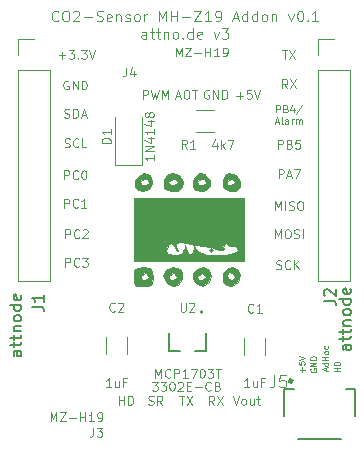
<source format=gbr>
%TF.GenerationSoftware,KiCad,Pcbnew,(5.1.8)-1*%
%TF.CreationDate,2021-02-07T13:37:50+01:00*%
%TF.ProjectId,CO2-PlatineMZ-H19,434f322d-506c-4617-9469-6e654d5a2d48,rev?*%
%TF.SameCoordinates,Original*%
%TF.FileFunction,Legend,Top*%
%TF.FilePolarity,Positive*%
%FSLAX46Y46*%
G04 Gerber Fmt 4.6, Leading zero omitted, Abs format (unit mm)*
G04 Created by KiCad (PCBNEW (5.1.8)-1) date 2021-02-07 13:37:50*
%MOMM*%
%LPD*%
G01*
G04 APERTURE LIST*
%ADD10C,0.100000*%
%ADD11C,0.150000*%
%ADD12C,0.060000*%
%ADD13C,0.010000*%
%ADD14C,0.120000*%
%ADD15C,0.200000*%
%ADD16C,0.127000*%
%ADD17C,0.300000*%
G04 APERTURE END LIST*
D10*
X66250000Y-46789285D02*
X66250000Y-47325000D01*
X66214285Y-47432142D01*
X66142857Y-47503571D01*
X66035714Y-47539285D01*
X65964285Y-47539285D01*
X66928571Y-47039285D02*
X66928571Y-47539285D01*
X66750000Y-46753571D02*
X66571428Y-47289285D01*
X67035714Y-47289285D01*
X63450000Y-77289285D02*
X63450000Y-77825000D01*
X63414285Y-77932142D01*
X63342857Y-78003571D01*
X63235714Y-78039285D01*
X63164285Y-78039285D01*
X63735714Y-77289285D02*
X64200000Y-77289285D01*
X63950000Y-77575000D01*
X64057142Y-77575000D01*
X64128571Y-77610714D01*
X64164285Y-77646428D01*
X64200000Y-77717857D01*
X64200000Y-77896428D01*
X64164285Y-77967857D01*
X64128571Y-78003571D01*
X64057142Y-78039285D01*
X63842857Y-78039285D01*
X63771428Y-78003571D01*
X63735714Y-77967857D01*
D11*
X58252380Y-67033333D02*
X58966666Y-67033333D01*
X59109523Y-67080952D01*
X59204761Y-67176190D01*
X59252380Y-67319047D01*
X59252380Y-67414285D01*
X59252380Y-66033333D02*
X59252380Y-66604761D01*
X59252380Y-66319047D02*
X58252380Y-66319047D01*
X58395238Y-66414285D01*
X58490476Y-66509523D01*
X58538095Y-66604761D01*
D10*
X60500000Y-45753571D02*
X61071428Y-45753571D01*
X60785714Y-46039285D02*
X60785714Y-45467857D01*
X61357142Y-45289285D02*
X61821428Y-45289285D01*
X61571428Y-45575000D01*
X61678571Y-45575000D01*
X61750000Y-45610714D01*
X61785714Y-45646428D01*
X61821428Y-45717857D01*
X61821428Y-45896428D01*
X61785714Y-45967857D01*
X61750000Y-46003571D01*
X61678571Y-46039285D01*
X61464285Y-46039285D01*
X61392857Y-46003571D01*
X61357142Y-45967857D01*
X62142857Y-45967857D02*
X62178571Y-46003571D01*
X62142857Y-46039285D01*
X62107142Y-46003571D01*
X62142857Y-45967857D01*
X62142857Y-46039285D01*
X62428571Y-45289285D02*
X62892857Y-45289285D01*
X62642857Y-45575000D01*
X62750000Y-45575000D01*
X62821428Y-45610714D01*
X62857142Y-45646428D01*
X62892857Y-45717857D01*
X62892857Y-45896428D01*
X62857142Y-45967857D01*
X62821428Y-46003571D01*
X62750000Y-46039285D01*
X62535714Y-46039285D01*
X62464285Y-46003571D01*
X62428571Y-45967857D01*
X63107142Y-45289285D02*
X63357142Y-46039285D01*
X63607142Y-45289285D01*
D12*
X81135714Y-72542857D02*
X81135714Y-72161904D01*
X81326190Y-72352380D02*
X80945238Y-72352380D01*
X80826190Y-71685714D02*
X80826190Y-71923809D01*
X81064285Y-71947619D01*
X81040476Y-71923809D01*
X81016666Y-71876190D01*
X81016666Y-71757142D01*
X81040476Y-71709523D01*
X81064285Y-71685714D01*
X81111904Y-71661904D01*
X81230952Y-71661904D01*
X81278571Y-71685714D01*
X81302380Y-71709523D01*
X81326190Y-71757142D01*
X81326190Y-71876190D01*
X81302380Y-71923809D01*
X81278571Y-71947619D01*
X80826190Y-71519047D02*
X81326190Y-71352380D01*
X80826190Y-71185714D01*
X84326190Y-72492857D02*
X83826190Y-72492857D01*
X84064285Y-72492857D02*
X84064285Y-72207142D01*
X84326190Y-72207142D02*
X83826190Y-72207142D01*
X84326190Y-71969047D02*
X83826190Y-71969047D01*
X83826190Y-71850000D01*
X83850000Y-71778571D01*
X83897619Y-71730952D01*
X83945238Y-71707142D01*
X84040476Y-71683333D01*
X84111904Y-71683333D01*
X84207142Y-71707142D01*
X84254761Y-71730952D01*
X84302380Y-71778571D01*
X84326190Y-71850000D01*
X84326190Y-71969047D01*
X83183333Y-72447619D02*
X83183333Y-72209523D01*
X83326190Y-72495238D02*
X82826190Y-72328571D01*
X83326190Y-72161904D01*
X83326190Y-71780952D02*
X82826190Y-71780952D01*
X83302380Y-71780952D02*
X83326190Y-71828571D01*
X83326190Y-71923809D01*
X83302380Y-71971428D01*
X83278571Y-71995238D01*
X83230952Y-72019047D01*
X83088095Y-72019047D01*
X83040476Y-71995238D01*
X83016666Y-71971428D01*
X82992857Y-71923809D01*
X82992857Y-71828571D01*
X83016666Y-71780952D01*
X83326190Y-71542857D02*
X82826190Y-71542857D01*
X83064285Y-71542857D02*
X83064285Y-71257142D01*
X83326190Y-71257142D02*
X82826190Y-71257142D01*
X83326190Y-70947619D02*
X83302380Y-70995238D01*
X83278571Y-71019047D01*
X83230952Y-71042857D01*
X83088095Y-71042857D01*
X83040476Y-71019047D01*
X83016666Y-70995238D01*
X82992857Y-70947619D01*
X82992857Y-70876190D01*
X83016666Y-70828571D01*
X83040476Y-70804761D01*
X83088095Y-70780952D01*
X83230952Y-70780952D01*
X83278571Y-70804761D01*
X83302380Y-70828571D01*
X83326190Y-70876190D01*
X83326190Y-70947619D01*
X83302380Y-70352380D02*
X83326190Y-70400000D01*
X83326190Y-70495238D01*
X83302380Y-70542857D01*
X83278571Y-70566666D01*
X83230952Y-70590476D01*
X83088095Y-70590476D01*
X83040476Y-70566666D01*
X83016666Y-70542857D01*
X82992857Y-70495238D01*
X82992857Y-70400000D01*
X83016666Y-70352380D01*
X81850000Y-72280952D02*
X81826190Y-72328571D01*
X81826190Y-72400000D01*
X81850000Y-72471428D01*
X81897619Y-72519047D01*
X81945238Y-72542857D01*
X82040476Y-72566666D01*
X82111904Y-72566666D01*
X82207142Y-72542857D01*
X82254761Y-72519047D01*
X82302380Y-72471428D01*
X82326190Y-72400000D01*
X82326190Y-72352380D01*
X82302380Y-72280952D01*
X82278571Y-72257142D01*
X82111904Y-72257142D01*
X82111904Y-72352380D01*
X82326190Y-72042857D02*
X81826190Y-72042857D01*
X82326190Y-71757142D01*
X81826190Y-71757142D01*
X82326190Y-71519047D02*
X81826190Y-71519047D01*
X81826190Y-71400000D01*
X81850000Y-71328571D01*
X81897619Y-71280952D01*
X81945238Y-71257142D01*
X82040476Y-71233333D01*
X82111904Y-71233333D01*
X82207142Y-71257142D01*
X82254761Y-71280952D01*
X82302380Y-71328571D01*
X82326190Y-71400000D01*
X82326190Y-71519047D01*
D11*
X82952380Y-66533333D02*
X83666666Y-66533333D01*
X83809523Y-66580952D01*
X83904761Y-66676190D01*
X83952380Y-66819047D01*
X83952380Y-66914285D01*
X83047619Y-66104761D02*
X83000000Y-66057142D01*
X82952380Y-65961904D01*
X82952380Y-65723809D01*
X83000000Y-65628571D01*
X83047619Y-65580952D01*
X83142857Y-65533333D01*
X83238095Y-65533333D01*
X83380952Y-65580952D01*
X83952380Y-66152380D01*
X83952380Y-65533333D01*
D10*
X75535714Y-49153571D02*
X76107142Y-49153571D01*
X75821428Y-49439285D02*
X75821428Y-48867857D01*
X76821428Y-48689285D02*
X76464285Y-48689285D01*
X76428571Y-49046428D01*
X76464285Y-49010714D01*
X76535714Y-48975000D01*
X76714285Y-48975000D01*
X76785714Y-49010714D01*
X76821428Y-49046428D01*
X76857142Y-49117857D01*
X76857142Y-49296428D01*
X76821428Y-49367857D01*
X76785714Y-49403571D01*
X76714285Y-49439285D01*
X76535714Y-49439285D01*
X76464285Y-49403571D01*
X76428571Y-49367857D01*
X77071428Y-48689285D02*
X77321428Y-49439285D01*
X77571428Y-48689285D01*
X73228571Y-48725000D02*
X73157142Y-48689285D01*
X73050000Y-48689285D01*
X72942857Y-48725000D01*
X72871428Y-48796428D01*
X72835714Y-48867857D01*
X72800000Y-49010714D01*
X72800000Y-49117857D01*
X72835714Y-49260714D01*
X72871428Y-49332142D01*
X72942857Y-49403571D01*
X73050000Y-49439285D01*
X73121428Y-49439285D01*
X73228571Y-49403571D01*
X73264285Y-49367857D01*
X73264285Y-49117857D01*
X73121428Y-49117857D01*
X73585714Y-49439285D02*
X73585714Y-48689285D01*
X74014285Y-49439285D01*
X74014285Y-48689285D01*
X74371428Y-49439285D02*
X74371428Y-48689285D01*
X74550000Y-48689285D01*
X74657142Y-48725000D01*
X74728571Y-48796428D01*
X74764285Y-48867857D01*
X74800000Y-49010714D01*
X74800000Y-49117857D01*
X74764285Y-49260714D01*
X74728571Y-49332142D01*
X74657142Y-49403571D01*
X74550000Y-49439285D01*
X74371428Y-49439285D01*
X70442857Y-49225000D02*
X70800000Y-49225000D01*
X70371428Y-49439285D02*
X70621428Y-48689285D01*
X70871428Y-49439285D01*
X71264285Y-48689285D02*
X71407142Y-48689285D01*
X71478571Y-48725000D01*
X71550000Y-48796428D01*
X71585714Y-48939285D01*
X71585714Y-49189285D01*
X71550000Y-49332142D01*
X71478571Y-49403571D01*
X71407142Y-49439285D01*
X71264285Y-49439285D01*
X71192857Y-49403571D01*
X71121428Y-49332142D01*
X71085714Y-49189285D01*
X71085714Y-48939285D01*
X71121428Y-48796428D01*
X71192857Y-48725000D01*
X71264285Y-48689285D01*
X71800000Y-48689285D02*
X72228571Y-48689285D01*
X72014285Y-49439285D02*
X72014285Y-48689285D01*
X67646428Y-49439285D02*
X67646428Y-48689285D01*
X67932142Y-48689285D01*
X68003571Y-48725000D01*
X68039285Y-48760714D01*
X68075000Y-48832142D01*
X68075000Y-48939285D01*
X68039285Y-49010714D01*
X68003571Y-49046428D01*
X67932142Y-49082142D01*
X67646428Y-49082142D01*
X68325000Y-48689285D02*
X68503571Y-49439285D01*
X68646428Y-48903571D01*
X68789285Y-49439285D01*
X68967857Y-48689285D01*
X69253571Y-49439285D02*
X69253571Y-48689285D01*
X69503571Y-49225000D01*
X69753571Y-48689285D01*
X69753571Y-49439285D01*
X65610714Y-75339285D02*
X65610714Y-74589285D01*
X65610714Y-74946428D02*
X66039285Y-74946428D01*
X66039285Y-75339285D02*
X66039285Y-74589285D01*
X66396428Y-75339285D02*
X66396428Y-74589285D01*
X66575000Y-74589285D01*
X66682142Y-74625000D01*
X66753571Y-74696428D01*
X66789285Y-74767857D01*
X66825000Y-74910714D01*
X66825000Y-75017857D01*
X66789285Y-75160714D01*
X66753571Y-75232142D01*
X66682142Y-75303571D01*
X66575000Y-75339285D01*
X66396428Y-75339285D01*
X68110714Y-75303571D02*
X68217857Y-75339285D01*
X68396428Y-75339285D01*
X68467857Y-75303571D01*
X68503571Y-75267857D01*
X68539285Y-75196428D01*
X68539285Y-75125000D01*
X68503571Y-75053571D01*
X68467857Y-75017857D01*
X68396428Y-74982142D01*
X68253571Y-74946428D01*
X68182142Y-74910714D01*
X68146428Y-74875000D01*
X68110714Y-74803571D01*
X68110714Y-74732142D01*
X68146428Y-74660714D01*
X68182142Y-74625000D01*
X68253571Y-74589285D01*
X68432142Y-74589285D01*
X68539285Y-74625000D01*
X69289285Y-75339285D02*
X69039285Y-74982142D01*
X68860714Y-75339285D02*
X68860714Y-74589285D01*
X69146428Y-74589285D01*
X69217857Y-74625000D01*
X69253571Y-74660714D01*
X69289285Y-74732142D01*
X69289285Y-74839285D01*
X69253571Y-74910714D01*
X69217857Y-74946428D01*
X69146428Y-74982142D01*
X68860714Y-74982142D01*
X70728571Y-74589285D02*
X71157142Y-74589285D01*
X70942857Y-75339285D02*
X70942857Y-74589285D01*
X71335714Y-74589285D02*
X71835714Y-75339285D01*
X71835714Y-74589285D02*
X71335714Y-75339285D01*
X73675000Y-75339285D02*
X73425000Y-74982142D01*
X73246428Y-75339285D02*
X73246428Y-74589285D01*
X73532142Y-74589285D01*
X73603571Y-74625000D01*
X73639285Y-74660714D01*
X73675000Y-74732142D01*
X73675000Y-74839285D01*
X73639285Y-74910714D01*
X73603571Y-74946428D01*
X73532142Y-74982142D01*
X73246428Y-74982142D01*
X73925000Y-74589285D02*
X74425000Y-75339285D01*
X74425000Y-74589285D02*
X73925000Y-75339285D01*
X75257142Y-74589285D02*
X75507142Y-75339285D01*
X75757142Y-74589285D01*
X76114285Y-75339285D02*
X76042857Y-75303571D01*
X76007142Y-75267857D01*
X75971428Y-75196428D01*
X75971428Y-74982142D01*
X76007142Y-74910714D01*
X76042857Y-74875000D01*
X76114285Y-74839285D01*
X76221428Y-74839285D01*
X76292857Y-74875000D01*
X76328571Y-74910714D01*
X76364285Y-74982142D01*
X76364285Y-75196428D01*
X76328571Y-75267857D01*
X76292857Y-75303571D01*
X76221428Y-75339285D01*
X76114285Y-75339285D01*
X77007142Y-74839285D02*
X77007142Y-75339285D01*
X76685714Y-74839285D02*
X76685714Y-75232142D01*
X76721428Y-75303571D01*
X76792857Y-75339285D01*
X76900000Y-75339285D01*
X76971428Y-75303571D01*
X77007142Y-75267857D01*
X77257142Y-74839285D02*
X77542857Y-74839285D01*
X77364285Y-74589285D02*
X77364285Y-75232142D01*
X77400000Y-75303571D01*
X77471428Y-75339285D01*
X77542857Y-75339285D01*
X78935714Y-63803571D02*
X79042857Y-63839285D01*
X79221428Y-63839285D01*
X79292857Y-63803571D01*
X79328571Y-63767857D01*
X79364285Y-63696428D01*
X79364285Y-63625000D01*
X79328571Y-63553571D01*
X79292857Y-63517857D01*
X79221428Y-63482142D01*
X79078571Y-63446428D01*
X79007142Y-63410714D01*
X78971428Y-63375000D01*
X78935714Y-63303571D01*
X78935714Y-63232142D01*
X78971428Y-63160714D01*
X79007142Y-63125000D01*
X79078571Y-63089285D01*
X79257142Y-63089285D01*
X79364285Y-63125000D01*
X80114285Y-63767857D02*
X80078571Y-63803571D01*
X79971428Y-63839285D01*
X79900000Y-63839285D01*
X79792857Y-63803571D01*
X79721428Y-63732142D01*
X79685714Y-63660714D01*
X79650000Y-63517857D01*
X79650000Y-63410714D01*
X79685714Y-63267857D01*
X79721428Y-63196428D01*
X79792857Y-63125000D01*
X79900000Y-63089285D01*
X79971428Y-63089285D01*
X80078571Y-63125000D01*
X80114285Y-63160714D01*
X80435714Y-63839285D02*
X80435714Y-63089285D01*
X80864285Y-63839285D02*
X80542857Y-63410714D01*
X80864285Y-63089285D02*
X80435714Y-63517857D01*
X78821428Y-61239285D02*
X78821428Y-60489285D01*
X79071428Y-61025000D01*
X79321428Y-60489285D01*
X79321428Y-61239285D01*
X79821428Y-60489285D02*
X79964285Y-60489285D01*
X80035714Y-60525000D01*
X80107142Y-60596428D01*
X80142857Y-60739285D01*
X80142857Y-60989285D01*
X80107142Y-61132142D01*
X80035714Y-61203571D01*
X79964285Y-61239285D01*
X79821428Y-61239285D01*
X79750000Y-61203571D01*
X79678571Y-61132142D01*
X79642857Y-60989285D01*
X79642857Y-60739285D01*
X79678571Y-60596428D01*
X79750000Y-60525000D01*
X79821428Y-60489285D01*
X80428571Y-61203571D02*
X80535714Y-61239285D01*
X80714285Y-61239285D01*
X80785714Y-61203571D01*
X80821428Y-61167857D01*
X80857142Y-61096428D01*
X80857142Y-61025000D01*
X80821428Y-60953571D01*
X80785714Y-60917857D01*
X80714285Y-60882142D01*
X80571428Y-60846428D01*
X80500000Y-60810714D01*
X80464285Y-60775000D01*
X80428571Y-60703571D01*
X80428571Y-60632142D01*
X80464285Y-60560714D01*
X80500000Y-60525000D01*
X80571428Y-60489285D01*
X80750000Y-60489285D01*
X80857142Y-60525000D01*
X81178571Y-61239285D02*
X81178571Y-60489285D01*
X78821428Y-58839285D02*
X78821428Y-58089285D01*
X79071428Y-58625000D01*
X79321428Y-58089285D01*
X79321428Y-58839285D01*
X79678571Y-58839285D02*
X79678571Y-58089285D01*
X80000000Y-58803571D02*
X80107142Y-58839285D01*
X80285714Y-58839285D01*
X80357142Y-58803571D01*
X80392857Y-58767857D01*
X80428571Y-58696428D01*
X80428571Y-58625000D01*
X80392857Y-58553571D01*
X80357142Y-58517857D01*
X80285714Y-58482142D01*
X80142857Y-58446428D01*
X80071428Y-58410714D01*
X80035714Y-58375000D01*
X80000000Y-58303571D01*
X80000000Y-58232142D01*
X80035714Y-58160714D01*
X80071428Y-58125000D01*
X80142857Y-58089285D01*
X80321428Y-58089285D01*
X80428571Y-58125000D01*
X80892857Y-58089285D02*
X81035714Y-58089285D01*
X81107142Y-58125000D01*
X81178571Y-58196428D01*
X81214285Y-58339285D01*
X81214285Y-58589285D01*
X81178571Y-58732142D01*
X81107142Y-58803571D01*
X81035714Y-58839285D01*
X80892857Y-58839285D01*
X80821428Y-58803571D01*
X80750000Y-58732142D01*
X80714285Y-58589285D01*
X80714285Y-58339285D01*
X80750000Y-58196428D01*
X80821428Y-58125000D01*
X80892857Y-58089285D01*
X79125000Y-56139285D02*
X79125000Y-55389285D01*
X79410714Y-55389285D01*
X79482142Y-55425000D01*
X79517857Y-55460714D01*
X79553571Y-55532142D01*
X79553571Y-55639285D01*
X79517857Y-55710714D01*
X79482142Y-55746428D01*
X79410714Y-55782142D01*
X79125000Y-55782142D01*
X79839285Y-55925000D02*
X80196428Y-55925000D01*
X79767857Y-56139285D02*
X80017857Y-55389285D01*
X80267857Y-56139285D01*
X80446428Y-55389285D02*
X80946428Y-55389285D01*
X80625000Y-56139285D01*
X79071428Y-53639285D02*
X79071428Y-52889285D01*
X79357142Y-52889285D01*
X79428571Y-52925000D01*
X79464285Y-52960714D01*
X79500000Y-53032142D01*
X79500000Y-53139285D01*
X79464285Y-53210714D01*
X79428571Y-53246428D01*
X79357142Y-53282142D01*
X79071428Y-53282142D01*
X80071428Y-53246428D02*
X80178571Y-53282142D01*
X80214285Y-53317857D01*
X80250000Y-53389285D01*
X80250000Y-53496428D01*
X80214285Y-53567857D01*
X80178571Y-53603571D01*
X80107142Y-53639285D01*
X79821428Y-53639285D01*
X79821428Y-52889285D01*
X80071428Y-52889285D01*
X80142857Y-52925000D01*
X80178571Y-52960714D01*
X80214285Y-53032142D01*
X80214285Y-53103571D01*
X80178571Y-53175000D01*
X80142857Y-53210714D01*
X80071428Y-53246428D01*
X79821428Y-53246428D01*
X80928571Y-52889285D02*
X80571428Y-52889285D01*
X80535714Y-53246428D01*
X80571428Y-53210714D01*
X80642857Y-53175000D01*
X80821428Y-53175000D01*
X80892857Y-53210714D01*
X80928571Y-53246428D01*
X80964285Y-53317857D01*
X80964285Y-53496428D01*
X80928571Y-53567857D01*
X80892857Y-53603571D01*
X80821428Y-53639285D01*
X80642857Y-53639285D01*
X80571428Y-53603571D01*
X80535714Y-53567857D01*
X78942857Y-50571428D02*
X78942857Y-49971428D01*
X79171428Y-49971428D01*
X79228571Y-50000000D01*
X79257142Y-50028571D01*
X79285714Y-50085714D01*
X79285714Y-50171428D01*
X79257142Y-50228571D01*
X79228571Y-50257142D01*
X79171428Y-50285714D01*
X78942857Y-50285714D01*
X79742857Y-50257142D02*
X79828571Y-50285714D01*
X79857142Y-50314285D01*
X79885714Y-50371428D01*
X79885714Y-50457142D01*
X79857142Y-50514285D01*
X79828571Y-50542857D01*
X79771428Y-50571428D01*
X79542857Y-50571428D01*
X79542857Y-49971428D01*
X79742857Y-49971428D01*
X79800000Y-50000000D01*
X79828571Y-50028571D01*
X79857142Y-50085714D01*
X79857142Y-50142857D01*
X79828571Y-50200000D01*
X79800000Y-50228571D01*
X79742857Y-50257142D01*
X79542857Y-50257142D01*
X80400000Y-50171428D02*
X80400000Y-50571428D01*
X80257142Y-49942857D02*
X80114285Y-50371428D01*
X80485714Y-50371428D01*
X81142857Y-49942857D02*
X80628571Y-50714285D01*
X78842857Y-51400000D02*
X79128571Y-51400000D01*
X78785714Y-51571428D02*
X78985714Y-50971428D01*
X79185714Y-51571428D01*
X79471428Y-51571428D02*
X79414285Y-51542857D01*
X79385714Y-51485714D01*
X79385714Y-50971428D01*
X79957142Y-51571428D02*
X79957142Y-51257142D01*
X79928571Y-51200000D01*
X79871428Y-51171428D01*
X79757142Y-51171428D01*
X79700000Y-51200000D01*
X79957142Y-51542857D02*
X79900000Y-51571428D01*
X79757142Y-51571428D01*
X79700000Y-51542857D01*
X79671428Y-51485714D01*
X79671428Y-51428571D01*
X79700000Y-51371428D01*
X79757142Y-51342857D01*
X79900000Y-51342857D01*
X79957142Y-51314285D01*
X80242857Y-51571428D02*
X80242857Y-51171428D01*
X80242857Y-51285714D02*
X80271428Y-51228571D01*
X80300000Y-51200000D01*
X80357142Y-51171428D01*
X80414285Y-51171428D01*
X80614285Y-51571428D02*
X80614285Y-51171428D01*
X80614285Y-51228571D02*
X80642857Y-51200000D01*
X80700000Y-51171428D01*
X80785714Y-51171428D01*
X80842857Y-51200000D01*
X80871428Y-51257142D01*
X80871428Y-51571428D01*
X80871428Y-51257142D02*
X80900000Y-51200000D01*
X80957142Y-51171428D01*
X81042857Y-51171428D01*
X81100000Y-51200000D01*
X81128571Y-51257142D01*
X81128571Y-51571428D01*
X79875000Y-48539285D02*
X79625000Y-48182142D01*
X79446428Y-48539285D02*
X79446428Y-47789285D01*
X79732142Y-47789285D01*
X79803571Y-47825000D01*
X79839285Y-47860714D01*
X79875000Y-47932142D01*
X79875000Y-48039285D01*
X79839285Y-48110714D01*
X79803571Y-48146428D01*
X79732142Y-48182142D01*
X79446428Y-48182142D01*
X80125000Y-47789285D02*
X80625000Y-48539285D01*
X80625000Y-47789285D02*
X80125000Y-48539285D01*
X79428571Y-45289285D02*
X79857142Y-45289285D01*
X79642857Y-46039285D02*
X79642857Y-45289285D01*
X80035714Y-45289285D02*
X80535714Y-46039285D01*
X80535714Y-45289285D02*
X80035714Y-46039285D01*
X61071428Y-63639285D02*
X61071428Y-62889285D01*
X61357142Y-62889285D01*
X61428571Y-62925000D01*
X61464285Y-62960714D01*
X61500000Y-63032142D01*
X61500000Y-63139285D01*
X61464285Y-63210714D01*
X61428571Y-63246428D01*
X61357142Y-63282142D01*
X61071428Y-63282142D01*
X62250000Y-63567857D02*
X62214285Y-63603571D01*
X62107142Y-63639285D01*
X62035714Y-63639285D01*
X61928571Y-63603571D01*
X61857142Y-63532142D01*
X61821428Y-63460714D01*
X61785714Y-63317857D01*
X61785714Y-63210714D01*
X61821428Y-63067857D01*
X61857142Y-62996428D01*
X61928571Y-62925000D01*
X62035714Y-62889285D01*
X62107142Y-62889285D01*
X62214285Y-62925000D01*
X62250000Y-62960714D01*
X62500000Y-62889285D02*
X62964285Y-62889285D01*
X62714285Y-63175000D01*
X62821428Y-63175000D01*
X62892857Y-63210714D01*
X62928571Y-63246428D01*
X62964285Y-63317857D01*
X62964285Y-63496428D01*
X62928571Y-63567857D01*
X62892857Y-63603571D01*
X62821428Y-63639285D01*
X62607142Y-63639285D01*
X62535714Y-63603571D01*
X62500000Y-63567857D01*
X61071428Y-61239285D02*
X61071428Y-60489285D01*
X61357142Y-60489285D01*
X61428571Y-60525000D01*
X61464285Y-60560714D01*
X61500000Y-60632142D01*
X61500000Y-60739285D01*
X61464285Y-60810714D01*
X61428571Y-60846428D01*
X61357142Y-60882142D01*
X61071428Y-60882142D01*
X62250000Y-61167857D02*
X62214285Y-61203571D01*
X62107142Y-61239285D01*
X62035714Y-61239285D01*
X61928571Y-61203571D01*
X61857142Y-61132142D01*
X61821428Y-61060714D01*
X61785714Y-60917857D01*
X61785714Y-60810714D01*
X61821428Y-60667857D01*
X61857142Y-60596428D01*
X61928571Y-60525000D01*
X62035714Y-60489285D01*
X62107142Y-60489285D01*
X62214285Y-60525000D01*
X62250000Y-60560714D01*
X62535714Y-60560714D02*
X62571428Y-60525000D01*
X62642857Y-60489285D01*
X62821428Y-60489285D01*
X62892857Y-60525000D01*
X62928571Y-60560714D01*
X62964285Y-60632142D01*
X62964285Y-60703571D01*
X62928571Y-60810714D01*
X62500000Y-61239285D01*
X62964285Y-61239285D01*
X60971428Y-58639285D02*
X60971428Y-57889285D01*
X61257142Y-57889285D01*
X61328571Y-57925000D01*
X61364285Y-57960714D01*
X61400000Y-58032142D01*
X61400000Y-58139285D01*
X61364285Y-58210714D01*
X61328571Y-58246428D01*
X61257142Y-58282142D01*
X60971428Y-58282142D01*
X62150000Y-58567857D02*
X62114285Y-58603571D01*
X62007142Y-58639285D01*
X61935714Y-58639285D01*
X61828571Y-58603571D01*
X61757142Y-58532142D01*
X61721428Y-58460714D01*
X61685714Y-58317857D01*
X61685714Y-58210714D01*
X61721428Y-58067857D01*
X61757142Y-57996428D01*
X61828571Y-57925000D01*
X61935714Y-57889285D01*
X62007142Y-57889285D01*
X62114285Y-57925000D01*
X62150000Y-57960714D01*
X62864285Y-58639285D02*
X62435714Y-58639285D01*
X62650000Y-58639285D02*
X62650000Y-57889285D01*
X62578571Y-57996428D01*
X62507142Y-58067857D01*
X62435714Y-58103571D01*
X60971428Y-56239285D02*
X60971428Y-55489285D01*
X61257142Y-55489285D01*
X61328571Y-55525000D01*
X61364285Y-55560714D01*
X61400000Y-55632142D01*
X61400000Y-55739285D01*
X61364285Y-55810714D01*
X61328571Y-55846428D01*
X61257142Y-55882142D01*
X60971428Y-55882142D01*
X62150000Y-56167857D02*
X62114285Y-56203571D01*
X62007142Y-56239285D01*
X61935714Y-56239285D01*
X61828571Y-56203571D01*
X61757142Y-56132142D01*
X61721428Y-56060714D01*
X61685714Y-55917857D01*
X61685714Y-55810714D01*
X61721428Y-55667857D01*
X61757142Y-55596428D01*
X61828571Y-55525000D01*
X61935714Y-55489285D01*
X62007142Y-55489285D01*
X62114285Y-55525000D01*
X62150000Y-55560714D01*
X62614285Y-55489285D02*
X62685714Y-55489285D01*
X62757142Y-55525000D01*
X62792857Y-55560714D01*
X62828571Y-55632142D01*
X62864285Y-55775000D01*
X62864285Y-55953571D01*
X62828571Y-56096428D01*
X62792857Y-56167857D01*
X62757142Y-56203571D01*
X62685714Y-56239285D01*
X62614285Y-56239285D01*
X62542857Y-56203571D01*
X62507142Y-56167857D01*
X62471428Y-56096428D01*
X62435714Y-55953571D01*
X62435714Y-55775000D01*
X62471428Y-55632142D01*
X62507142Y-55560714D01*
X62542857Y-55525000D01*
X62614285Y-55489285D01*
X61007142Y-53503571D02*
X61114285Y-53539285D01*
X61292857Y-53539285D01*
X61364285Y-53503571D01*
X61400000Y-53467857D01*
X61435714Y-53396428D01*
X61435714Y-53325000D01*
X61400000Y-53253571D01*
X61364285Y-53217857D01*
X61292857Y-53182142D01*
X61150000Y-53146428D01*
X61078571Y-53110714D01*
X61042857Y-53075000D01*
X61007142Y-53003571D01*
X61007142Y-52932142D01*
X61042857Y-52860714D01*
X61078571Y-52825000D01*
X61150000Y-52789285D01*
X61328571Y-52789285D01*
X61435714Y-52825000D01*
X62185714Y-53467857D02*
X62150000Y-53503571D01*
X62042857Y-53539285D01*
X61971428Y-53539285D01*
X61864285Y-53503571D01*
X61792857Y-53432142D01*
X61757142Y-53360714D01*
X61721428Y-53217857D01*
X61721428Y-53110714D01*
X61757142Y-52967857D01*
X61792857Y-52896428D01*
X61864285Y-52825000D01*
X61971428Y-52789285D01*
X62042857Y-52789285D01*
X62150000Y-52825000D01*
X62185714Y-52860714D01*
X62864285Y-53539285D02*
X62507142Y-53539285D01*
X62507142Y-52789285D01*
X60989285Y-51003571D02*
X61096428Y-51039285D01*
X61275000Y-51039285D01*
X61346428Y-51003571D01*
X61382142Y-50967857D01*
X61417857Y-50896428D01*
X61417857Y-50825000D01*
X61382142Y-50753571D01*
X61346428Y-50717857D01*
X61275000Y-50682142D01*
X61132142Y-50646428D01*
X61060714Y-50610714D01*
X61025000Y-50575000D01*
X60989285Y-50503571D01*
X60989285Y-50432142D01*
X61025000Y-50360714D01*
X61060714Y-50325000D01*
X61132142Y-50289285D01*
X61310714Y-50289285D01*
X61417857Y-50325000D01*
X61739285Y-51039285D02*
X61739285Y-50289285D01*
X61917857Y-50289285D01*
X62025000Y-50325000D01*
X62096428Y-50396428D01*
X62132142Y-50467857D01*
X62167857Y-50610714D01*
X62167857Y-50717857D01*
X62132142Y-50860714D01*
X62096428Y-50932142D01*
X62025000Y-51003571D01*
X61917857Y-51039285D01*
X61739285Y-51039285D01*
X62453571Y-50825000D02*
X62810714Y-50825000D01*
X62382142Y-51039285D02*
X62632142Y-50289285D01*
X62882142Y-51039285D01*
X61328571Y-47925000D02*
X61257142Y-47889285D01*
X61150000Y-47889285D01*
X61042857Y-47925000D01*
X60971428Y-47996428D01*
X60935714Y-48067857D01*
X60900000Y-48210714D01*
X60900000Y-48317857D01*
X60935714Y-48460714D01*
X60971428Y-48532142D01*
X61042857Y-48603571D01*
X61150000Y-48639285D01*
X61221428Y-48639285D01*
X61328571Y-48603571D01*
X61364285Y-48567857D01*
X61364285Y-48317857D01*
X61221428Y-48317857D01*
X61685714Y-48639285D02*
X61685714Y-47889285D01*
X62114285Y-48639285D01*
X62114285Y-47889285D01*
X62471428Y-48639285D02*
X62471428Y-47889285D01*
X62650000Y-47889285D01*
X62757142Y-47925000D01*
X62828571Y-47996428D01*
X62864285Y-48067857D01*
X62900000Y-48210714D01*
X62900000Y-48317857D01*
X62864285Y-48460714D01*
X62828571Y-48532142D01*
X62757142Y-48603571D01*
X62650000Y-48639285D01*
X62471428Y-48639285D01*
X68425000Y-73389285D02*
X68889285Y-73389285D01*
X68639285Y-73675000D01*
X68746428Y-73675000D01*
X68817857Y-73710714D01*
X68853571Y-73746428D01*
X68889285Y-73817857D01*
X68889285Y-73996428D01*
X68853571Y-74067857D01*
X68817857Y-74103571D01*
X68746428Y-74139285D01*
X68532142Y-74139285D01*
X68460714Y-74103571D01*
X68425000Y-74067857D01*
X69139285Y-73389285D02*
X69603571Y-73389285D01*
X69353571Y-73675000D01*
X69460714Y-73675000D01*
X69532142Y-73710714D01*
X69567857Y-73746428D01*
X69603571Y-73817857D01*
X69603571Y-73996428D01*
X69567857Y-74067857D01*
X69532142Y-74103571D01*
X69460714Y-74139285D01*
X69246428Y-74139285D01*
X69175000Y-74103571D01*
X69139285Y-74067857D01*
X70067857Y-73389285D02*
X70139285Y-73389285D01*
X70210714Y-73425000D01*
X70246428Y-73460714D01*
X70282142Y-73532142D01*
X70317857Y-73675000D01*
X70317857Y-73853571D01*
X70282142Y-73996428D01*
X70246428Y-74067857D01*
X70210714Y-74103571D01*
X70139285Y-74139285D01*
X70067857Y-74139285D01*
X69996428Y-74103571D01*
X69960714Y-74067857D01*
X69925000Y-73996428D01*
X69889285Y-73853571D01*
X69889285Y-73675000D01*
X69925000Y-73532142D01*
X69960714Y-73460714D01*
X69996428Y-73425000D01*
X70067857Y-73389285D01*
X70603571Y-73460714D02*
X70639285Y-73425000D01*
X70710714Y-73389285D01*
X70889285Y-73389285D01*
X70960714Y-73425000D01*
X70996428Y-73460714D01*
X71032142Y-73532142D01*
X71032142Y-73603571D01*
X70996428Y-73710714D01*
X70567857Y-74139285D01*
X71032142Y-74139285D01*
X71353571Y-73746428D02*
X71603571Y-73746428D01*
X71710714Y-74139285D02*
X71353571Y-74139285D01*
X71353571Y-73389285D01*
X71710714Y-73389285D01*
X72032142Y-73853571D02*
X72603571Y-73853571D01*
X73389285Y-74067857D02*
X73353571Y-74103571D01*
X73246428Y-74139285D01*
X73175000Y-74139285D01*
X73067857Y-74103571D01*
X72996428Y-74032142D01*
X72960714Y-73960714D01*
X72925000Y-73817857D01*
X72925000Y-73710714D01*
X72960714Y-73567857D01*
X72996428Y-73496428D01*
X73067857Y-73425000D01*
X73175000Y-73389285D01*
X73246428Y-73389285D01*
X73353571Y-73425000D01*
X73389285Y-73460714D01*
X73960714Y-73746428D02*
X74067857Y-73782142D01*
X74103571Y-73817857D01*
X74139285Y-73889285D01*
X74139285Y-73996428D01*
X74103571Y-74067857D01*
X74067857Y-74103571D01*
X73996428Y-74139285D01*
X73710714Y-74139285D01*
X73710714Y-73389285D01*
X73960714Y-73389285D01*
X74032142Y-73425000D01*
X74067857Y-73460714D01*
X74103571Y-73532142D01*
X74103571Y-73603571D01*
X74067857Y-73675000D01*
X74032142Y-73710714D01*
X73960714Y-73746428D01*
X73710714Y-73746428D01*
X60464285Y-42796428D02*
X60421428Y-42839285D01*
X60292857Y-42882142D01*
X60207142Y-42882142D01*
X60078571Y-42839285D01*
X59992857Y-42753571D01*
X59950000Y-42667857D01*
X59907142Y-42496428D01*
X59907142Y-42367857D01*
X59950000Y-42196428D01*
X59992857Y-42110714D01*
X60078571Y-42025000D01*
X60207142Y-41982142D01*
X60292857Y-41982142D01*
X60421428Y-42025000D01*
X60464285Y-42067857D01*
X61021428Y-41982142D02*
X61192857Y-41982142D01*
X61278571Y-42025000D01*
X61364285Y-42110714D01*
X61407142Y-42282142D01*
X61407142Y-42582142D01*
X61364285Y-42753571D01*
X61278571Y-42839285D01*
X61192857Y-42882142D01*
X61021428Y-42882142D01*
X60935714Y-42839285D01*
X60850000Y-42753571D01*
X60807142Y-42582142D01*
X60807142Y-42282142D01*
X60850000Y-42110714D01*
X60935714Y-42025000D01*
X61021428Y-41982142D01*
X61750000Y-42067857D02*
X61792857Y-42025000D01*
X61878571Y-41982142D01*
X62092857Y-41982142D01*
X62178571Y-42025000D01*
X62221428Y-42067857D01*
X62264285Y-42153571D01*
X62264285Y-42239285D01*
X62221428Y-42367857D01*
X61707142Y-42882142D01*
X62264285Y-42882142D01*
X62650000Y-42539285D02*
X63335714Y-42539285D01*
X63721428Y-42839285D02*
X63850000Y-42882142D01*
X64064285Y-42882142D01*
X64150000Y-42839285D01*
X64192857Y-42796428D01*
X64235714Y-42710714D01*
X64235714Y-42625000D01*
X64192857Y-42539285D01*
X64150000Y-42496428D01*
X64064285Y-42453571D01*
X63892857Y-42410714D01*
X63807142Y-42367857D01*
X63764285Y-42325000D01*
X63721428Y-42239285D01*
X63721428Y-42153571D01*
X63764285Y-42067857D01*
X63807142Y-42025000D01*
X63892857Y-41982142D01*
X64107142Y-41982142D01*
X64235714Y-42025000D01*
X64964285Y-42839285D02*
X64878571Y-42882142D01*
X64707142Y-42882142D01*
X64621428Y-42839285D01*
X64578571Y-42753571D01*
X64578571Y-42410714D01*
X64621428Y-42325000D01*
X64707142Y-42282142D01*
X64878571Y-42282142D01*
X64964285Y-42325000D01*
X65007142Y-42410714D01*
X65007142Y-42496428D01*
X64578571Y-42582142D01*
X65392857Y-42282142D02*
X65392857Y-42882142D01*
X65392857Y-42367857D02*
X65435714Y-42325000D01*
X65521428Y-42282142D01*
X65650000Y-42282142D01*
X65735714Y-42325000D01*
X65778571Y-42410714D01*
X65778571Y-42882142D01*
X66164285Y-42839285D02*
X66250000Y-42882142D01*
X66421428Y-42882142D01*
X66507142Y-42839285D01*
X66550000Y-42753571D01*
X66550000Y-42710714D01*
X66507142Y-42625000D01*
X66421428Y-42582142D01*
X66292857Y-42582142D01*
X66207142Y-42539285D01*
X66164285Y-42453571D01*
X66164285Y-42410714D01*
X66207142Y-42325000D01*
X66292857Y-42282142D01*
X66421428Y-42282142D01*
X66507142Y-42325000D01*
X67064285Y-42882142D02*
X66978571Y-42839285D01*
X66935714Y-42796428D01*
X66892857Y-42710714D01*
X66892857Y-42453571D01*
X66935714Y-42367857D01*
X66978571Y-42325000D01*
X67064285Y-42282142D01*
X67192857Y-42282142D01*
X67278571Y-42325000D01*
X67321428Y-42367857D01*
X67364285Y-42453571D01*
X67364285Y-42710714D01*
X67321428Y-42796428D01*
X67278571Y-42839285D01*
X67192857Y-42882142D01*
X67064285Y-42882142D01*
X67750000Y-42882142D02*
X67750000Y-42282142D01*
X67750000Y-42453571D02*
X67792857Y-42367857D01*
X67835714Y-42325000D01*
X67921428Y-42282142D01*
X68007142Y-42282142D01*
X68992857Y-42882142D02*
X68992857Y-41982142D01*
X69292857Y-42625000D01*
X69592857Y-41982142D01*
X69592857Y-42882142D01*
X70021428Y-42882142D02*
X70021428Y-41982142D01*
X70021428Y-42410714D02*
X70535714Y-42410714D01*
X70535714Y-42882142D02*
X70535714Y-41982142D01*
X70964285Y-42539285D02*
X71650000Y-42539285D01*
X71992857Y-41982142D02*
X72592857Y-41982142D01*
X71992857Y-42882142D01*
X72592857Y-42882142D01*
X73407142Y-42882142D02*
X72892857Y-42882142D01*
X73150000Y-42882142D02*
X73150000Y-41982142D01*
X73064285Y-42110714D01*
X72978571Y-42196428D01*
X72892857Y-42239285D01*
X73835714Y-42882142D02*
X74007142Y-42882142D01*
X74092857Y-42839285D01*
X74135714Y-42796428D01*
X74221428Y-42667857D01*
X74264285Y-42496428D01*
X74264285Y-42153571D01*
X74221428Y-42067857D01*
X74178571Y-42025000D01*
X74092857Y-41982142D01*
X73921428Y-41982142D01*
X73835714Y-42025000D01*
X73792857Y-42067857D01*
X73750000Y-42153571D01*
X73750000Y-42367857D01*
X73792857Y-42453571D01*
X73835714Y-42496428D01*
X73921428Y-42539285D01*
X74092857Y-42539285D01*
X74178571Y-42496428D01*
X74221428Y-42453571D01*
X74264285Y-42367857D01*
X75292857Y-42625000D02*
X75721428Y-42625000D01*
X75207142Y-42882142D02*
X75507142Y-41982142D01*
X75807142Y-42882142D01*
X76492857Y-42882142D02*
X76492857Y-41982142D01*
X76492857Y-42839285D02*
X76407142Y-42882142D01*
X76235714Y-42882142D01*
X76150000Y-42839285D01*
X76107142Y-42796428D01*
X76064285Y-42710714D01*
X76064285Y-42453571D01*
X76107142Y-42367857D01*
X76150000Y-42325000D01*
X76235714Y-42282142D01*
X76407142Y-42282142D01*
X76492857Y-42325000D01*
X77307142Y-42882142D02*
X77307142Y-41982142D01*
X77307142Y-42839285D02*
X77221428Y-42882142D01*
X77050000Y-42882142D01*
X76964285Y-42839285D01*
X76921428Y-42796428D01*
X76878571Y-42710714D01*
X76878571Y-42453571D01*
X76921428Y-42367857D01*
X76964285Y-42325000D01*
X77050000Y-42282142D01*
X77221428Y-42282142D01*
X77307142Y-42325000D01*
X77864285Y-42882142D02*
X77778571Y-42839285D01*
X77735714Y-42796428D01*
X77692857Y-42710714D01*
X77692857Y-42453571D01*
X77735714Y-42367857D01*
X77778571Y-42325000D01*
X77864285Y-42282142D01*
X77992857Y-42282142D01*
X78078571Y-42325000D01*
X78121428Y-42367857D01*
X78164285Y-42453571D01*
X78164285Y-42710714D01*
X78121428Y-42796428D01*
X78078571Y-42839285D01*
X77992857Y-42882142D01*
X77864285Y-42882142D01*
X78550000Y-42282142D02*
X78550000Y-42882142D01*
X78550000Y-42367857D02*
X78592857Y-42325000D01*
X78678571Y-42282142D01*
X78807142Y-42282142D01*
X78892857Y-42325000D01*
X78935714Y-42410714D01*
X78935714Y-42882142D01*
X79964285Y-42282142D02*
X80178571Y-42882142D01*
X80392857Y-42282142D01*
X80907142Y-41982142D02*
X80992857Y-41982142D01*
X81078571Y-42025000D01*
X81121428Y-42067857D01*
X81164285Y-42153571D01*
X81207142Y-42325000D01*
X81207142Y-42539285D01*
X81164285Y-42710714D01*
X81121428Y-42796428D01*
X81078571Y-42839285D01*
X80992857Y-42882142D01*
X80907142Y-42882142D01*
X80821428Y-42839285D01*
X80778571Y-42796428D01*
X80735714Y-42710714D01*
X80692857Y-42539285D01*
X80692857Y-42325000D01*
X80735714Y-42153571D01*
X80778571Y-42067857D01*
X80821428Y-42025000D01*
X80907142Y-41982142D01*
X81592857Y-42796428D02*
X81635714Y-42839285D01*
X81592857Y-42882142D01*
X81550000Y-42839285D01*
X81592857Y-42796428D01*
X81592857Y-42882142D01*
X82492857Y-42882142D02*
X81978571Y-42882142D01*
X82235714Y-42882142D02*
X82235714Y-41982142D01*
X82150000Y-42110714D01*
X82064285Y-42196428D01*
X81978571Y-42239285D01*
X67942857Y-44332142D02*
X67942857Y-43860714D01*
X67900000Y-43775000D01*
X67814285Y-43732142D01*
X67642857Y-43732142D01*
X67557142Y-43775000D01*
X67942857Y-44289285D02*
X67857142Y-44332142D01*
X67642857Y-44332142D01*
X67557142Y-44289285D01*
X67514285Y-44203571D01*
X67514285Y-44117857D01*
X67557142Y-44032142D01*
X67642857Y-43989285D01*
X67857142Y-43989285D01*
X67942857Y-43946428D01*
X68242857Y-43732142D02*
X68585714Y-43732142D01*
X68371428Y-43432142D02*
X68371428Y-44203571D01*
X68414285Y-44289285D01*
X68500000Y-44332142D01*
X68585714Y-44332142D01*
X68757142Y-43732142D02*
X69100000Y-43732142D01*
X68885714Y-43432142D02*
X68885714Y-44203571D01*
X68928571Y-44289285D01*
X69014285Y-44332142D01*
X69100000Y-44332142D01*
X69400000Y-43732142D02*
X69400000Y-44332142D01*
X69400000Y-43817857D02*
X69442857Y-43775000D01*
X69528571Y-43732142D01*
X69657142Y-43732142D01*
X69742857Y-43775000D01*
X69785714Y-43860714D01*
X69785714Y-44332142D01*
X70342857Y-44332142D02*
X70257142Y-44289285D01*
X70214285Y-44246428D01*
X70171428Y-44160714D01*
X70171428Y-43903571D01*
X70214285Y-43817857D01*
X70257142Y-43775000D01*
X70342857Y-43732142D01*
X70471428Y-43732142D01*
X70557142Y-43775000D01*
X70600000Y-43817857D01*
X70642857Y-43903571D01*
X70642857Y-44160714D01*
X70600000Y-44246428D01*
X70557142Y-44289285D01*
X70471428Y-44332142D01*
X70342857Y-44332142D01*
X71028571Y-44246428D02*
X71071428Y-44289285D01*
X71028571Y-44332142D01*
X70985714Y-44289285D01*
X71028571Y-44246428D01*
X71028571Y-44332142D01*
X71842857Y-44332142D02*
X71842857Y-43432142D01*
X71842857Y-44289285D02*
X71757142Y-44332142D01*
X71585714Y-44332142D01*
X71500000Y-44289285D01*
X71457142Y-44246428D01*
X71414285Y-44160714D01*
X71414285Y-43903571D01*
X71457142Y-43817857D01*
X71500000Y-43775000D01*
X71585714Y-43732142D01*
X71757142Y-43732142D01*
X71842857Y-43775000D01*
X72614285Y-44289285D02*
X72528571Y-44332142D01*
X72357142Y-44332142D01*
X72271428Y-44289285D01*
X72228571Y-44203571D01*
X72228571Y-43860714D01*
X72271428Y-43775000D01*
X72357142Y-43732142D01*
X72528571Y-43732142D01*
X72614285Y-43775000D01*
X72657142Y-43860714D01*
X72657142Y-43946428D01*
X72228571Y-44032142D01*
X73642857Y-43732142D02*
X73857142Y-44332142D01*
X74071428Y-43732142D01*
X74328571Y-43432142D02*
X74885714Y-43432142D01*
X74585714Y-43775000D01*
X74714285Y-43775000D01*
X74800000Y-43817857D01*
X74842857Y-43860714D01*
X74885714Y-43946428D01*
X74885714Y-44160714D01*
X74842857Y-44246428D01*
X74800000Y-44289285D01*
X74714285Y-44332142D01*
X74457142Y-44332142D01*
X74371428Y-44289285D01*
X74328571Y-44246428D01*
D13*
%TO.C,G\u002A\u002A\u002A*%
G36*
X73538947Y-62237895D02*
G01*
X73405263Y-62371579D01*
X73271578Y-62237895D01*
X73405263Y-62104210D01*
X73538947Y-62237895D01*
G37*
X73538947Y-62237895D02*
X73405263Y-62371579D01*
X73271578Y-62237895D01*
X73405263Y-62104210D01*
X73538947Y-62237895D01*
G36*
X75489816Y-55904021D02*
G01*
X75834735Y-56397200D01*
X75849882Y-56887121D01*
X75488167Y-57219100D01*
X74950260Y-57262596D01*
X74509036Y-57016950D01*
X74437740Y-56890526D01*
X74405379Y-56489474D01*
X74742105Y-56489474D01*
X74802717Y-56718368D01*
X74993694Y-56756842D01*
X75359511Y-56617249D01*
X75410526Y-56489474D01*
X75218628Y-56229758D01*
X75158937Y-56222105D01*
X74796830Y-56416455D01*
X74742105Y-56489474D01*
X74405379Y-56489474D01*
X74388838Y-56284483D01*
X74640900Y-55816745D01*
X74968344Y-55687368D01*
X75489816Y-55904021D01*
G37*
X75489816Y-55904021D02*
X75834735Y-56397200D01*
X75849882Y-56887121D01*
X75488167Y-57219100D01*
X74950260Y-57262596D01*
X74509036Y-57016950D01*
X74437740Y-56890526D01*
X74405379Y-56489474D01*
X74742105Y-56489474D01*
X74802717Y-56718368D01*
X74993694Y-56756842D01*
X75359511Y-56617249D01*
X75410526Y-56489474D01*
X75218628Y-56229758D01*
X75158937Y-56222105D01*
X74796830Y-56416455D01*
X74742105Y-56489474D01*
X74405379Y-56489474D01*
X74388838Y-56284483D01*
X74640900Y-55816745D01*
X74968344Y-55687368D01*
X75489816Y-55904021D01*
G36*
X72897215Y-55835379D02*
G01*
X72921708Y-55850192D01*
X73358071Y-56326279D01*
X73361382Y-56827285D01*
X72958773Y-57179991D01*
X72704155Y-57239200D01*
X72087950Y-57165554D01*
X71853572Y-56930978D01*
X71876776Y-56489474D01*
X72202105Y-56489474D01*
X72418662Y-56726677D01*
X72603157Y-56756842D01*
X72958963Y-56612471D01*
X73004210Y-56489474D01*
X72787653Y-56252270D01*
X72603157Y-56222105D01*
X72247352Y-56366476D01*
X72202105Y-56489474D01*
X71876776Y-56489474D01*
X71880169Y-56424917D01*
X72071125Y-56047567D01*
X72453407Y-55714962D01*
X72897215Y-55835379D01*
G37*
X72897215Y-55835379D02*
X72921708Y-55850192D01*
X73358071Y-56326279D01*
X73361382Y-56827285D01*
X72958773Y-57179991D01*
X72704155Y-57239200D01*
X72087950Y-57165554D01*
X71853572Y-56930978D01*
X71876776Y-56489474D01*
X72202105Y-56489474D01*
X72418662Y-56726677D01*
X72603157Y-56756842D01*
X72958963Y-56612471D01*
X73004210Y-56489474D01*
X72787653Y-56252270D01*
X72603157Y-56222105D01*
X72247352Y-56366476D01*
X72202105Y-56489474D01*
X71876776Y-56489474D01*
X71880169Y-56424917D01*
X72071125Y-56047567D01*
X72453407Y-55714962D01*
X72897215Y-55835379D01*
G36*
X70701063Y-55912601D02*
G01*
X70995118Y-56423693D01*
X70974954Y-56856638D01*
X70604136Y-57204017D01*
X70041508Y-57269198D01*
X69549473Y-57052180D01*
X69418729Y-56856638D01*
X69431962Y-56489474D01*
X69795789Y-56489474D01*
X70012346Y-56726677D01*
X70196842Y-56756842D01*
X70552647Y-56612471D01*
X70597894Y-56489474D01*
X70381337Y-56252270D01*
X70196842Y-56222105D01*
X69841036Y-56366476D01*
X69795789Y-56489474D01*
X69431962Y-56489474D01*
X69439019Y-56293687D01*
X69795981Y-55826495D01*
X70196842Y-55687368D01*
X70701063Y-55912601D01*
G37*
X70701063Y-55912601D02*
X70995118Y-56423693D01*
X70974954Y-56856638D01*
X70604136Y-57204017D01*
X70041508Y-57269198D01*
X69549473Y-57052180D01*
X69418729Y-56856638D01*
X69431962Y-56489474D01*
X69795789Y-56489474D01*
X70012346Y-56726677D01*
X70196842Y-56756842D01*
X70552647Y-56612471D01*
X70597894Y-56489474D01*
X70381337Y-56252270D01*
X70196842Y-56222105D01*
X69841036Y-56366476D01*
X69795789Y-56489474D01*
X69431962Y-56489474D01*
X69439019Y-56293687D01*
X69795981Y-55826495D01*
X70196842Y-55687368D01*
X70701063Y-55912601D01*
G36*
X68203029Y-55883077D02*
G01*
X68420074Y-56359605D01*
X68410857Y-56555120D01*
X68147711Y-57037592D01*
X67668734Y-57260802D01*
X67185723Y-57176385D01*
X66950664Y-56888546D01*
X66976818Y-56489474D01*
X67389473Y-56489474D01*
X67606030Y-56726677D01*
X67790526Y-56756842D01*
X68146331Y-56612471D01*
X68191578Y-56489474D01*
X67975021Y-56252270D01*
X67790526Y-56222105D01*
X67434720Y-56366476D01*
X67389473Y-56489474D01*
X66976818Y-56489474D01*
X66985435Y-56357998D01*
X67198496Y-56031128D01*
X67737336Y-55748300D01*
X68203029Y-55883077D01*
G37*
X68203029Y-55883077D02*
X68420074Y-56359605D01*
X68410857Y-56555120D01*
X68147711Y-57037592D01*
X67668734Y-57260802D01*
X67185723Y-57176385D01*
X66950664Y-56888546D01*
X66976818Y-56489474D01*
X67389473Y-56489474D01*
X67606030Y-56726677D01*
X67790526Y-56756842D01*
X68146331Y-56612471D01*
X68191578Y-56489474D01*
X67975021Y-56252270D01*
X67790526Y-56222105D01*
X67434720Y-56366476D01*
X67389473Y-56489474D01*
X66976818Y-56489474D01*
X66985435Y-56357998D01*
X67198496Y-56031128D01*
X67737336Y-55748300D01*
X68203029Y-55883077D01*
G36*
X76212631Y-63173684D02*
G01*
X66854736Y-63173684D01*
X66854736Y-62356710D01*
X69554860Y-62356710D01*
X69759023Y-62586836D01*
X70330526Y-62638947D01*
X70950807Y-62532284D01*
X71163086Y-62178869D01*
X71163646Y-62171053D01*
X71200992Y-61841536D01*
X71279914Y-62031401D01*
X71316935Y-62171053D01*
X71537174Y-62567551D01*
X71686972Y-62638947D01*
X71912231Y-62416940D01*
X71965751Y-62171053D01*
X72003097Y-61841536D01*
X72082019Y-62031401D01*
X72119040Y-62171053D01*
X72423883Y-62442669D01*
X73061629Y-62615200D01*
X73868428Y-62686887D01*
X74680431Y-62655969D01*
X75333785Y-62520685D01*
X75664641Y-62279275D01*
X75677894Y-62209289D01*
X75513499Y-61905706D01*
X75276842Y-61933530D01*
X74932945Y-61931665D01*
X74875789Y-61812671D01*
X74710910Y-61662077D01*
X74604059Y-61705853D01*
X74440408Y-62011510D01*
X74471649Y-62099214D01*
X74383308Y-62245726D01*
X74141799Y-62234880D01*
X73744973Y-62133411D01*
X73672631Y-62090545D01*
X73417938Y-61992766D01*
X72698922Y-61853099D01*
X71583184Y-61684476D01*
X71464366Y-61668150D01*
X70761864Y-61595906D01*
X70465191Y-61664674D01*
X70454782Y-61915944D01*
X70481922Y-62009049D01*
X70578183Y-62351758D01*
X70473073Y-62242986D01*
X70319476Y-62005290D01*
X70034113Y-61680679D01*
X69804853Y-61817081D01*
X69768646Y-61871606D01*
X69554860Y-62356710D01*
X66854736Y-62356710D01*
X66854736Y-57826316D01*
X76212631Y-57826316D01*
X76212631Y-63173684D01*
G37*
X76212631Y-63173684D02*
X66854736Y-63173684D01*
X66854736Y-62356710D01*
X69554860Y-62356710D01*
X69759023Y-62586836D01*
X70330526Y-62638947D01*
X70950807Y-62532284D01*
X71163086Y-62178869D01*
X71163646Y-62171053D01*
X71200992Y-61841536D01*
X71279914Y-62031401D01*
X71316935Y-62171053D01*
X71537174Y-62567551D01*
X71686972Y-62638947D01*
X71912231Y-62416940D01*
X71965751Y-62171053D01*
X72003097Y-61841536D01*
X72082019Y-62031401D01*
X72119040Y-62171053D01*
X72423883Y-62442669D01*
X73061629Y-62615200D01*
X73868428Y-62686887D01*
X74680431Y-62655969D01*
X75333785Y-62520685D01*
X75664641Y-62279275D01*
X75677894Y-62209289D01*
X75513499Y-61905706D01*
X75276842Y-61933530D01*
X74932945Y-61931665D01*
X74875789Y-61812671D01*
X74710910Y-61662077D01*
X74604059Y-61705853D01*
X74440408Y-62011510D01*
X74471649Y-62099214D01*
X74383308Y-62245726D01*
X74141799Y-62234880D01*
X73744973Y-62133411D01*
X73672631Y-62090545D01*
X73417938Y-61992766D01*
X72698922Y-61853099D01*
X71583184Y-61684476D01*
X71464366Y-61668150D01*
X70761864Y-61595906D01*
X70465191Y-61664674D01*
X70454782Y-61915944D01*
X70481922Y-62009049D01*
X70578183Y-62351758D01*
X70473073Y-62242986D01*
X70319476Y-62005290D01*
X70034113Y-61680679D01*
X69804853Y-61817081D01*
X69768646Y-61871606D01*
X69554860Y-62356710D01*
X66854736Y-62356710D01*
X66854736Y-57826316D01*
X76212631Y-57826316D01*
X76212631Y-63173684D01*
G36*
X75689104Y-63908880D02*
G01*
X75885854Y-64383973D01*
X75675068Y-64914984D01*
X75160298Y-65270967D01*
X74672011Y-65212338D01*
X74437740Y-64911579D01*
X74405955Y-64423658D01*
X74721753Y-64423658D01*
X74935729Y-64714069D01*
X75158937Y-64777895D01*
X75405698Y-64598505D01*
X75410526Y-64555088D01*
X75236112Y-64167614D01*
X74874060Y-64113807D01*
X74834135Y-64135217D01*
X74721753Y-64423658D01*
X74405955Y-64423658D01*
X74395131Y-64257507D01*
X74740792Y-63809889D01*
X75143157Y-63708421D01*
X75689104Y-63908880D01*
G37*
X75689104Y-63908880D02*
X75885854Y-64383973D01*
X75675068Y-64914984D01*
X75160298Y-65270967D01*
X74672011Y-65212338D01*
X74437740Y-64911579D01*
X74405955Y-64423658D01*
X74721753Y-64423658D01*
X74935729Y-64714069D01*
X75158937Y-64777895D01*
X75405698Y-64598505D01*
X75410526Y-64555088D01*
X75236112Y-64167614D01*
X74874060Y-64113807D01*
X74834135Y-64135217D01*
X74721753Y-64423658D01*
X74405955Y-64423658D01*
X74395131Y-64257507D01*
X74740792Y-63809889D01*
X75143157Y-63708421D01*
X75689104Y-63908880D01*
G36*
X73230489Y-63920844D02*
G01*
X73423085Y-64406185D01*
X73250749Y-64936547D01*
X73243454Y-64945467D01*
X72708609Y-65288602D01*
X72189363Y-65123462D01*
X71956657Y-64818854D01*
X71912481Y-64490474D01*
X72253350Y-64490474D01*
X72382414Y-64734271D01*
X72603157Y-64777895D01*
X72935916Y-64642232D01*
X72952964Y-64490474D01*
X72676938Y-64214239D01*
X72603157Y-64203053D01*
X72289659Y-64411204D01*
X72253350Y-64490474D01*
X71912481Y-64490474D01*
X71879001Y-64241610D01*
X72234794Y-63828056D01*
X72761710Y-63708421D01*
X73230489Y-63920844D01*
G37*
X73230489Y-63920844D02*
X73423085Y-64406185D01*
X73250749Y-64936547D01*
X73243454Y-64945467D01*
X72708609Y-65288602D01*
X72189363Y-65123462D01*
X71956657Y-64818854D01*
X71912481Y-64490474D01*
X72253350Y-64490474D01*
X72382414Y-64734271D01*
X72603157Y-64777895D01*
X72935916Y-64642232D01*
X72952964Y-64490474D01*
X72676938Y-64214239D01*
X72603157Y-64203053D01*
X72289659Y-64411204D01*
X72253350Y-64490474D01*
X71912481Y-64490474D01*
X71879001Y-64241610D01*
X72234794Y-63828056D01*
X72761710Y-63708421D01*
X73230489Y-63920844D01*
G36*
X70745282Y-63877959D02*
G01*
X70974954Y-64143362D01*
X70954664Y-64706313D01*
X70597702Y-65173505D01*
X70196842Y-65312632D01*
X69749755Y-65125796D01*
X69556545Y-64945467D01*
X69400177Y-64490474D01*
X69847035Y-64490474D01*
X69976099Y-64734271D01*
X70196842Y-64777895D01*
X70529601Y-64642232D01*
X70546649Y-64490474D01*
X70270622Y-64214239D01*
X70196842Y-64203053D01*
X69883343Y-64411204D01*
X69847035Y-64490474D01*
X69400177Y-64490474D01*
X69368113Y-64397179D01*
X69604145Y-63922080D01*
X70166988Y-63708837D01*
X70196842Y-63708421D01*
X70745282Y-63877959D01*
G37*
X70745282Y-63877959D02*
X70974954Y-64143362D01*
X70954664Y-64706313D01*
X70597702Y-65173505D01*
X70196842Y-65312632D01*
X69749755Y-65125796D01*
X69556545Y-64945467D01*
X69400177Y-64490474D01*
X69847035Y-64490474D01*
X69976099Y-64734271D01*
X70196842Y-64777895D01*
X70529601Y-64642232D01*
X70546649Y-64490474D01*
X70270622Y-64214239D01*
X70196842Y-64203053D01*
X69883343Y-64411204D01*
X69847035Y-64490474D01*
X69400177Y-64490474D01*
X69368113Y-64397179D01*
X69604145Y-63922080D01*
X70166988Y-63708837D01*
X70196842Y-63708421D01*
X70745282Y-63877959D01*
G36*
X68224972Y-63774671D02*
G01*
X68434374Y-64087178D01*
X68458947Y-64510526D01*
X68392696Y-65078657D01*
X68080189Y-65288059D01*
X67656842Y-65312632D01*
X67088711Y-65246381D01*
X66879309Y-64933874D01*
X66854736Y-64510526D01*
X66857074Y-64490474D01*
X67440719Y-64490474D01*
X67569783Y-64734271D01*
X67790526Y-64777895D01*
X68123285Y-64642232D01*
X68140333Y-64490474D01*
X67864307Y-64214239D01*
X67790526Y-64203053D01*
X67477027Y-64411204D01*
X67440719Y-64490474D01*
X66857074Y-64490474D01*
X66920987Y-63942395D01*
X67233494Y-63732994D01*
X67656842Y-63708421D01*
X68224972Y-63774671D01*
G37*
X68224972Y-63774671D02*
X68434374Y-64087178D01*
X68458947Y-64510526D01*
X68392696Y-65078657D01*
X68080189Y-65288059D01*
X67656842Y-65312632D01*
X67088711Y-65246381D01*
X66879309Y-64933874D01*
X66854736Y-64510526D01*
X66857074Y-64490474D01*
X67440719Y-64490474D01*
X67569783Y-64734271D01*
X67790526Y-64777895D01*
X68123285Y-64642232D01*
X68140333Y-64490474D01*
X67864307Y-64214239D01*
X67790526Y-64203053D01*
X67477027Y-64411204D01*
X67440719Y-64490474D01*
X66857074Y-64490474D01*
X66920987Y-63942395D01*
X67233494Y-63732994D01*
X67656842Y-63708421D01*
X68224972Y-63774671D01*
D14*
%TO.C,C1*%
X76190000Y-71111252D02*
X76190000Y-69688748D01*
X78010000Y-71111252D02*
X78010000Y-69688748D01*
%TO.C,C2*%
X64490000Y-69588748D02*
X64490000Y-71011252D01*
X66310000Y-69588748D02*
X66310000Y-71011252D01*
%TO.C,D1*%
X65265000Y-51000000D02*
X65265000Y-55060000D01*
X65265000Y-55060000D02*
X67535000Y-55060000D01*
X67535000Y-55060000D02*
X67535000Y-51000000D01*
%TO.C,J1*%
X57090000Y-64820000D02*
X59750000Y-64820000D01*
X57090000Y-46980000D02*
X57090000Y-64820000D01*
X59750000Y-46980000D02*
X59750000Y-64820000D01*
X57090000Y-46980000D02*
X59750000Y-46980000D01*
X57090000Y-45710000D02*
X57090000Y-44380000D01*
X57090000Y-44380000D02*
X58420000Y-44380000D01*
%TO.C,J2*%
X82490000Y-44380000D02*
X83820000Y-44380000D01*
X82490000Y-45710000D02*
X82490000Y-44380000D01*
X82490000Y-46980000D02*
X85150000Y-46980000D01*
X85150000Y-46980000D02*
X85150000Y-64820000D01*
X82490000Y-46980000D02*
X82490000Y-64820000D01*
X82490000Y-64820000D02*
X85150000Y-64820000D01*
%TO.C,R1*%
X73627064Y-52210000D02*
X72172936Y-52210000D01*
X73627064Y-50390000D02*
X72172936Y-50390000D01*
D15*
%TO.C,U2*%
X72700000Y-67500000D02*
G75*
G03*
X72700000Y-67500000I-100000J0D01*
G01*
D16*
X72970000Y-70750000D02*
X72970000Y-69250000D01*
X69830000Y-70750000D02*
X70780000Y-70750000D01*
X69830000Y-69250000D02*
X69830000Y-70750000D01*
X72020000Y-70750000D02*
X72970000Y-70750000D01*
%TO.C,J5*%
X80800000Y-78275000D02*
X84400000Y-78275000D01*
X85600000Y-74025000D02*
X85600000Y-76300000D01*
X84800000Y-74025000D02*
X85600000Y-74025000D01*
X79600000Y-74025000D02*
X79600000Y-76300000D01*
X80400000Y-74025000D02*
X79600000Y-74025000D01*
D17*
X80250000Y-73315000D02*
G75*
G03*
X80250000Y-73315000I-100000J0D01*
G01*
%TO.C,J3*%
D10*
X59821428Y-76739285D02*
X59821428Y-75989285D01*
X60071428Y-76525000D01*
X60321428Y-75989285D01*
X60321428Y-76739285D01*
X60607142Y-75989285D02*
X61107142Y-75989285D01*
X60607142Y-76739285D01*
X61107142Y-76739285D01*
X61392857Y-76453571D02*
X61964285Y-76453571D01*
X62321428Y-76739285D02*
X62321428Y-75989285D01*
X62321428Y-76346428D02*
X62750000Y-76346428D01*
X62750000Y-76739285D02*
X62750000Y-75989285D01*
X63500000Y-76739285D02*
X63071428Y-76739285D01*
X63285714Y-76739285D02*
X63285714Y-75989285D01*
X63214285Y-76096428D01*
X63142857Y-76167857D01*
X63071428Y-76203571D01*
X63857142Y-76739285D02*
X64000000Y-76739285D01*
X64071428Y-76703571D01*
X64107142Y-76667857D01*
X64178571Y-76560714D01*
X64214285Y-76417857D01*
X64214285Y-76132142D01*
X64178571Y-76060714D01*
X64142857Y-76025000D01*
X64071428Y-75989285D01*
X63928571Y-75989285D01*
X63857142Y-76025000D01*
X63821428Y-76060714D01*
X63785714Y-76132142D01*
X63785714Y-76310714D01*
X63821428Y-76382142D01*
X63857142Y-76417857D01*
X63928571Y-76453571D01*
X64071428Y-76453571D01*
X64142857Y-76417857D01*
X64178571Y-76382142D01*
X64214285Y-76310714D01*
%TO.C,C1*%
X76975000Y-67467857D02*
X76939285Y-67503571D01*
X76832142Y-67539285D01*
X76760714Y-67539285D01*
X76653571Y-67503571D01*
X76582142Y-67432142D01*
X76546428Y-67360714D01*
X76510714Y-67217857D01*
X76510714Y-67110714D01*
X76546428Y-66967857D01*
X76582142Y-66896428D01*
X76653571Y-66825000D01*
X76760714Y-66789285D01*
X76832142Y-66789285D01*
X76939285Y-66825000D01*
X76975000Y-66860714D01*
X77689285Y-67539285D02*
X77260714Y-67539285D01*
X77475000Y-67539285D02*
X77475000Y-66789285D01*
X77403571Y-66896428D01*
X77332142Y-66967857D01*
X77260714Y-67003571D01*
X76653571Y-73839285D02*
X76225000Y-73839285D01*
X76439285Y-73839285D02*
X76439285Y-73089285D01*
X76367857Y-73196428D01*
X76296428Y-73267857D01*
X76225000Y-73303571D01*
X77296428Y-73339285D02*
X77296428Y-73839285D01*
X76975000Y-73339285D02*
X76975000Y-73732142D01*
X77010714Y-73803571D01*
X77082142Y-73839285D01*
X77189285Y-73839285D01*
X77260714Y-73803571D01*
X77296428Y-73767857D01*
X77903571Y-73446428D02*
X77653571Y-73446428D01*
X77653571Y-73839285D02*
X77653571Y-73089285D01*
X78010714Y-73089285D01*
%TO.C,C2*%
X65275000Y-67367857D02*
X65239285Y-67403571D01*
X65132142Y-67439285D01*
X65060714Y-67439285D01*
X64953571Y-67403571D01*
X64882142Y-67332142D01*
X64846428Y-67260714D01*
X64810714Y-67117857D01*
X64810714Y-67010714D01*
X64846428Y-66867857D01*
X64882142Y-66796428D01*
X64953571Y-66725000D01*
X65060714Y-66689285D01*
X65132142Y-66689285D01*
X65239285Y-66725000D01*
X65275000Y-66760714D01*
X65560714Y-66760714D02*
X65596428Y-66725000D01*
X65667857Y-66689285D01*
X65846428Y-66689285D01*
X65917857Y-66725000D01*
X65953571Y-66760714D01*
X65989285Y-66832142D01*
X65989285Y-66903571D01*
X65953571Y-67010714D01*
X65525000Y-67439285D01*
X65989285Y-67439285D01*
X64953571Y-73839285D02*
X64525000Y-73839285D01*
X64739285Y-73839285D02*
X64739285Y-73089285D01*
X64667857Y-73196428D01*
X64596428Y-73267857D01*
X64525000Y-73303571D01*
X65596428Y-73339285D02*
X65596428Y-73839285D01*
X65275000Y-73339285D02*
X65275000Y-73732142D01*
X65310714Y-73803571D01*
X65382142Y-73839285D01*
X65489285Y-73839285D01*
X65560714Y-73803571D01*
X65596428Y-73767857D01*
X66203571Y-73446428D02*
X65953571Y-73446428D01*
X65953571Y-73839285D02*
X65953571Y-73089285D01*
X66310714Y-73089285D01*
%TO.C,D1*%
X64919285Y-53153571D02*
X64169285Y-53153571D01*
X64169285Y-52975000D01*
X64205000Y-52867857D01*
X64276428Y-52796428D01*
X64347857Y-52760714D01*
X64490714Y-52725000D01*
X64597857Y-52725000D01*
X64740714Y-52760714D01*
X64812142Y-52796428D01*
X64883571Y-52867857D01*
X64919285Y-52975000D01*
X64919285Y-53153571D01*
X64919285Y-52010714D02*
X64919285Y-52439285D01*
X64919285Y-52225000D02*
X64169285Y-52225000D01*
X64276428Y-52296428D01*
X64347857Y-52367857D01*
X64383571Y-52439285D01*
X68559285Y-54207142D02*
X68559285Y-54635714D01*
X68559285Y-54421428D02*
X67809285Y-54421428D01*
X67916428Y-54492857D01*
X67987857Y-54564285D01*
X68023571Y-54635714D01*
X68559285Y-53885714D02*
X67809285Y-53885714D01*
X68559285Y-53457142D01*
X67809285Y-53457142D01*
X68059285Y-52778571D02*
X68559285Y-52778571D01*
X67773571Y-52957142D02*
X68309285Y-53135714D01*
X68309285Y-52671428D01*
X68559285Y-51992857D02*
X68559285Y-52421428D01*
X68559285Y-52207142D02*
X67809285Y-52207142D01*
X67916428Y-52278571D01*
X67987857Y-52350000D01*
X68023571Y-52421428D01*
X68059285Y-51350000D02*
X68559285Y-51350000D01*
X67773571Y-51528571D02*
X68309285Y-51707142D01*
X68309285Y-51242857D01*
X68130714Y-50850000D02*
X68095000Y-50921428D01*
X68059285Y-50957142D01*
X67987857Y-50992857D01*
X67952142Y-50992857D01*
X67880714Y-50957142D01*
X67845000Y-50921428D01*
X67809285Y-50850000D01*
X67809285Y-50707142D01*
X67845000Y-50635714D01*
X67880714Y-50600000D01*
X67952142Y-50564285D01*
X67987857Y-50564285D01*
X68059285Y-50600000D01*
X68095000Y-50635714D01*
X68130714Y-50707142D01*
X68130714Y-50850000D01*
X68166428Y-50921428D01*
X68202142Y-50957142D01*
X68273571Y-50992857D01*
X68416428Y-50992857D01*
X68487857Y-50957142D01*
X68523571Y-50921428D01*
X68559285Y-50850000D01*
X68559285Y-50707142D01*
X68523571Y-50635714D01*
X68487857Y-50600000D01*
X68416428Y-50564285D01*
X68273571Y-50564285D01*
X68202142Y-50600000D01*
X68166428Y-50635714D01*
X68130714Y-50707142D01*
%TO.C,J1*%
D11*
X57352380Y-70742857D02*
X56828571Y-70742857D01*
X56733333Y-70790476D01*
X56685714Y-70885714D01*
X56685714Y-71076190D01*
X56733333Y-71171428D01*
X57304761Y-70742857D02*
X57352380Y-70838095D01*
X57352380Y-71076190D01*
X57304761Y-71171428D01*
X57209523Y-71219047D01*
X57114285Y-71219047D01*
X57019047Y-71171428D01*
X56971428Y-71076190D01*
X56971428Y-70838095D01*
X56923809Y-70742857D01*
X56685714Y-70409523D02*
X56685714Y-70028571D01*
X56352380Y-70266666D02*
X57209523Y-70266666D01*
X57304761Y-70219047D01*
X57352380Y-70123809D01*
X57352380Y-70028571D01*
X56685714Y-69838095D02*
X56685714Y-69457142D01*
X56352380Y-69695238D02*
X57209523Y-69695238D01*
X57304761Y-69647619D01*
X57352380Y-69552380D01*
X57352380Y-69457142D01*
X56685714Y-69123809D02*
X57352380Y-69123809D01*
X56780952Y-69123809D02*
X56733333Y-69076190D01*
X56685714Y-68980952D01*
X56685714Y-68838095D01*
X56733333Y-68742857D01*
X56828571Y-68695238D01*
X57352380Y-68695238D01*
X57352380Y-68076190D02*
X57304761Y-68171428D01*
X57257142Y-68219047D01*
X57161904Y-68266666D01*
X56876190Y-68266666D01*
X56780952Y-68219047D01*
X56733333Y-68171428D01*
X56685714Y-68076190D01*
X56685714Y-67933333D01*
X56733333Y-67838095D01*
X56780952Y-67790476D01*
X56876190Y-67742857D01*
X57161904Y-67742857D01*
X57257142Y-67790476D01*
X57304761Y-67838095D01*
X57352380Y-67933333D01*
X57352380Y-68076190D01*
X57352380Y-66885714D02*
X56352380Y-66885714D01*
X57304761Y-66885714D02*
X57352380Y-66980952D01*
X57352380Y-67171428D01*
X57304761Y-67266666D01*
X57257142Y-67314285D01*
X57161904Y-67361904D01*
X56876190Y-67361904D01*
X56780952Y-67314285D01*
X56733333Y-67266666D01*
X56685714Y-67171428D01*
X56685714Y-66980952D01*
X56733333Y-66885714D01*
X57304761Y-66028571D02*
X57352380Y-66123809D01*
X57352380Y-66314285D01*
X57304761Y-66409523D01*
X57209523Y-66457142D01*
X56828571Y-66457142D01*
X56733333Y-66409523D01*
X56685714Y-66314285D01*
X56685714Y-66123809D01*
X56733333Y-66028571D01*
X56828571Y-65980952D01*
X56923809Y-65980952D01*
X57019047Y-66457142D01*
%TO.C,J2*%
X85252380Y-70242857D02*
X84728571Y-70242857D01*
X84633333Y-70290476D01*
X84585714Y-70385714D01*
X84585714Y-70576190D01*
X84633333Y-70671428D01*
X85204761Y-70242857D02*
X85252380Y-70338095D01*
X85252380Y-70576190D01*
X85204761Y-70671428D01*
X85109523Y-70719047D01*
X85014285Y-70719047D01*
X84919047Y-70671428D01*
X84871428Y-70576190D01*
X84871428Y-70338095D01*
X84823809Y-70242857D01*
X84585714Y-69909523D02*
X84585714Y-69528571D01*
X84252380Y-69766666D02*
X85109523Y-69766666D01*
X85204761Y-69719047D01*
X85252380Y-69623809D01*
X85252380Y-69528571D01*
X84585714Y-69338095D02*
X84585714Y-68957142D01*
X84252380Y-69195238D02*
X85109523Y-69195238D01*
X85204761Y-69147619D01*
X85252380Y-69052380D01*
X85252380Y-68957142D01*
X84585714Y-68623809D02*
X85252380Y-68623809D01*
X84680952Y-68623809D02*
X84633333Y-68576190D01*
X84585714Y-68480952D01*
X84585714Y-68338095D01*
X84633333Y-68242857D01*
X84728571Y-68195238D01*
X85252380Y-68195238D01*
X85252380Y-67576190D02*
X85204761Y-67671428D01*
X85157142Y-67719047D01*
X85061904Y-67766666D01*
X84776190Y-67766666D01*
X84680952Y-67719047D01*
X84633333Y-67671428D01*
X84585714Y-67576190D01*
X84585714Y-67433333D01*
X84633333Y-67338095D01*
X84680952Y-67290476D01*
X84776190Y-67242857D01*
X85061904Y-67242857D01*
X85157142Y-67290476D01*
X85204761Y-67338095D01*
X85252380Y-67433333D01*
X85252380Y-67576190D01*
X85252380Y-66385714D02*
X84252380Y-66385714D01*
X85204761Y-66385714D02*
X85252380Y-66480952D01*
X85252380Y-66671428D01*
X85204761Y-66766666D01*
X85157142Y-66814285D01*
X85061904Y-66861904D01*
X84776190Y-66861904D01*
X84680952Y-66814285D01*
X84633333Y-66766666D01*
X84585714Y-66671428D01*
X84585714Y-66480952D01*
X84633333Y-66385714D01*
X85204761Y-65528571D02*
X85252380Y-65623809D01*
X85252380Y-65814285D01*
X85204761Y-65909523D01*
X85109523Y-65957142D01*
X84728571Y-65957142D01*
X84633333Y-65909523D01*
X84585714Y-65814285D01*
X84585714Y-65623809D01*
X84633333Y-65528571D01*
X84728571Y-65480952D01*
X84823809Y-65480952D01*
X84919047Y-65957142D01*
%TO.C,R1*%
D10*
X71375000Y-53639285D02*
X71125000Y-53282142D01*
X70946428Y-53639285D02*
X70946428Y-52889285D01*
X71232142Y-52889285D01*
X71303571Y-52925000D01*
X71339285Y-52960714D01*
X71375000Y-53032142D01*
X71375000Y-53139285D01*
X71339285Y-53210714D01*
X71303571Y-53246428D01*
X71232142Y-53282142D01*
X70946428Y-53282142D01*
X72089285Y-53639285D02*
X71660714Y-53639285D01*
X71875000Y-53639285D02*
X71875000Y-52889285D01*
X71803571Y-52996428D01*
X71732142Y-53067857D01*
X71660714Y-53103571D01*
X73882142Y-53139285D02*
X73882142Y-53639285D01*
X73703571Y-52853571D02*
X73525000Y-53389285D01*
X73989285Y-53389285D01*
X74275000Y-53639285D02*
X74275000Y-52889285D01*
X74346428Y-53353571D02*
X74560714Y-53639285D01*
X74560714Y-53139285D02*
X74275000Y-53425000D01*
X74810714Y-52889285D02*
X75310714Y-52889285D01*
X74989285Y-53639285D01*
%TO.C,J4*%
X70421428Y-45839285D02*
X70421428Y-45089285D01*
X70671428Y-45625000D01*
X70921428Y-45089285D01*
X70921428Y-45839285D01*
X71207142Y-45089285D02*
X71707142Y-45089285D01*
X71207142Y-45839285D01*
X71707142Y-45839285D01*
X71992857Y-45553571D02*
X72564285Y-45553571D01*
X72921428Y-45839285D02*
X72921428Y-45089285D01*
X72921428Y-45446428D02*
X73350000Y-45446428D01*
X73350000Y-45839285D02*
X73350000Y-45089285D01*
X74100000Y-45839285D02*
X73671428Y-45839285D01*
X73885714Y-45839285D02*
X73885714Y-45089285D01*
X73814285Y-45196428D01*
X73742857Y-45267857D01*
X73671428Y-45303571D01*
X74457142Y-45839285D02*
X74600000Y-45839285D01*
X74671428Y-45803571D01*
X74707142Y-45767857D01*
X74778571Y-45660714D01*
X74814285Y-45517857D01*
X74814285Y-45232142D01*
X74778571Y-45160714D01*
X74742857Y-45125000D01*
X74671428Y-45089285D01*
X74528571Y-45089285D01*
X74457142Y-45125000D01*
X74421428Y-45160714D01*
X74385714Y-45232142D01*
X74385714Y-45410714D01*
X74421428Y-45482142D01*
X74457142Y-45517857D01*
X74528571Y-45553571D01*
X74671428Y-45553571D01*
X74742857Y-45517857D01*
X74778571Y-45482142D01*
X74814285Y-45410714D01*
%TO.C,U2*%
X70828571Y-66689285D02*
X70828571Y-67296428D01*
X70864285Y-67367857D01*
X70900000Y-67403571D01*
X70971428Y-67439285D01*
X71114285Y-67439285D01*
X71185714Y-67403571D01*
X71221428Y-67367857D01*
X71257142Y-67296428D01*
X71257142Y-66689285D01*
X71578571Y-66760714D02*
X71614285Y-66725000D01*
X71685714Y-66689285D01*
X71864285Y-66689285D01*
X71935714Y-66725000D01*
X71971428Y-66760714D01*
X72007142Y-66832142D01*
X72007142Y-66903571D01*
X71971428Y-67010714D01*
X71542857Y-67439285D01*
X72007142Y-67439285D01*
X68685714Y-73039285D02*
X68685714Y-72289285D01*
X68935714Y-72825000D01*
X69185714Y-72289285D01*
X69185714Y-73039285D01*
X69971428Y-72967857D02*
X69935714Y-73003571D01*
X69828571Y-73039285D01*
X69757142Y-73039285D01*
X69650000Y-73003571D01*
X69578571Y-72932142D01*
X69542857Y-72860714D01*
X69507142Y-72717857D01*
X69507142Y-72610714D01*
X69542857Y-72467857D01*
X69578571Y-72396428D01*
X69650000Y-72325000D01*
X69757142Y-72289285D01*
X69828571Y-72289285D01*
X69935714Y-72325000D01*
X69971428Y-72360714D01*
X70292857Y-73039285D02*
X70292857Y-72289285D01*
X70578571Y-72289285D01*
X70650000Y-72325000D01*
X70685714Y-72360714D01*
X70721428Y-72432142D01*
X70721428Y-72539285D01*
X70685714Y-72610714D01*
X70650000Y-72646428D01*
X70578571Y-72682142D01*
X70292857Y-72682142D01*
X71435714Y-73039285D02*
X71007142Y-73039285D01*
X71221428Y-73039285D02*
X71221428Y-72289285D01*
X71150000Y-72396428D01*
X71078571Y-72467857D01*
X71007142Y-72503571D01*
X71685714Y-72289285D02*
X72185714Y-72289285D01*
X71864285Y-73039285D01*
X72614285Y-72289285D02*
X72685714Y-72289285D01*
X72757142Y-72325000D01*
X72792857Y-72360714D01*
X72828571Y-72432142D01*
X72864285Y-72575000D01*
X72864285Y-72753571D01*
X72828571Y-72896428D01*
X72792857Y-72967857D01*
X72757142Y-73003571D01*
X72685714Y-73039285D01*
X72614285Y-73039285D01*
X72542857Y-73003571D01*
X72507142Y-72967857D01*
X72471428Y-72896428D01*
X72435714Y-72753571D01*
X72435714Y-72575000D01*
X72471428Y-72432142D01*
X72507142Y-72360714D01*
X72542857Y-72325000D01*
X72614285Y-72289285D01*
X73114285Y-72289285D02*
X73578571Y-72289285D01*
X73328571Y-72575000D01*
X73435714Y-72575000D01*
X73507142Y-72610714D01*
X73542857Y-72646428D01*
X73578571Y-72717857D01*
X73578571Y-72896428D01*
X73542857Y-72967857D01*
X73507142Y-73003571D01*
X73435714Y-73039285D01*
X73221428Y-73039285D01*
X73150000Y-73003571D01*
X73114285Y-72967857D01*
X73792857Y-72289285D02*
X74221428Y-72289285D01*
X74007142Y-73039285D02*
X74007142Y-72289285D01*
%TO.C,J5*%
X78766666Y-72852380D02*
X78766666Y-73566666D01*
X78719047Y-73709523D01*
X78623809Y-73804761D01*
X78480952Y-73852380D01*
X78385714Y-73852380D01*
X79719047Y-72852380D02*
X79242857Y-72852380D01*
X79195238Y-73328571D01*
X79242857Y-73280952D01*
X79338095Y-73233333D01*
X79576190Y-73233333D01*
X79671428Y-73280952D01*
X79719047Y-73328571D01*
X79766666Y-73423809D01*
X79766666Y-73661904D01*
X79719047Y-73757142D01*
X79671428Y-73804761D01*
X79576190Y-73852380D01*
X79338095Y-73852380D01*
X79242857Y-73804761D01*
X79195238Y-73757142D01*
%TD*%
M02*

</source>
